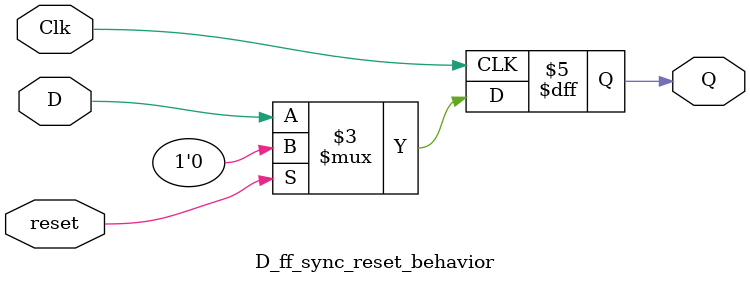
<source format=v>
`timescale 1ns / 1ps

module D_ff_sync_reset_behavior(
    input Clk,
    input D,
    input reset,
    output reg Q
    );
    
       always @(posedge Clk)
       if (reset) 
       begin
          Q <= 1'b0;
       end else 
       begin
          Q <= D;
       end

endmodule

</source>
